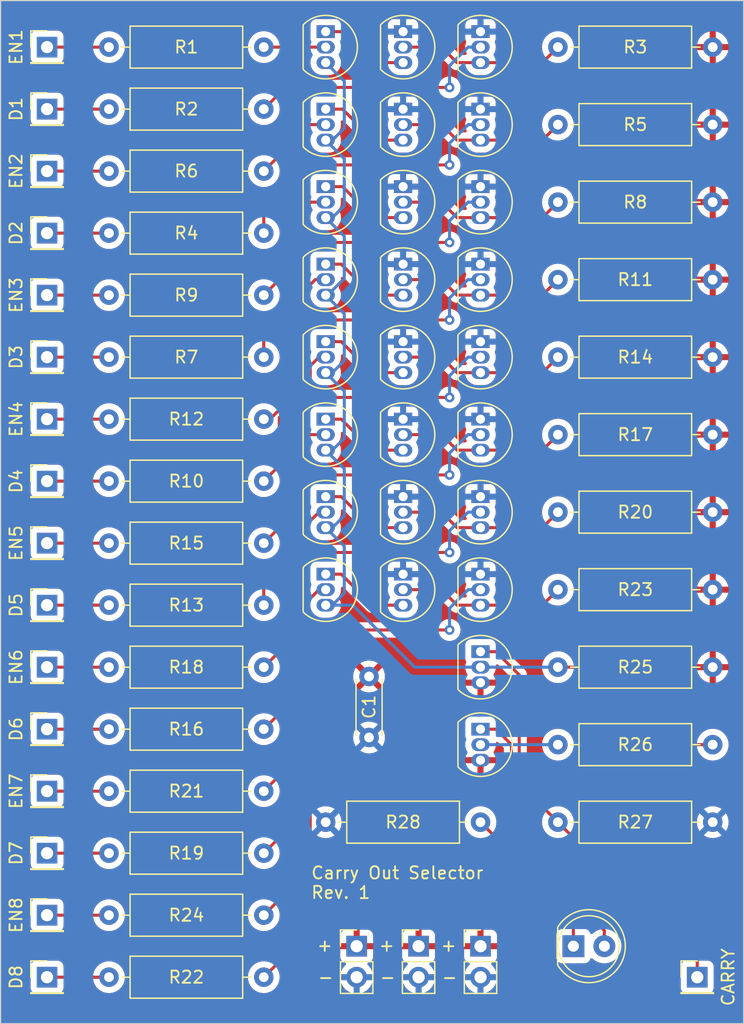
<source format=kicad_pcb>
(kicad_pcb (version 20221018) (generator pcbnew)
  (layers (0 "F.Cu" signal) (31 "B.Cu" signal) (34 "B.Paste" user) (35 "F.Paste" user) (36 "B.SilkS" user "B.Silkscreen") (37 "F.SilkS" user "F.Silkscreen") (38 "B.Mask" user) (39 "F.Mask" user) (44 "Edge.Cuts" user))
  (net 0 "")
  (net 1 "VCC")
  (net 2 "GND")
  (net 3 "Net-(D1-K)")
  (net 4 "Net-(D1-A)")
  (net 5 "Net-(J4-Pin_1)")
  (net 6 "Net-(J5-Pin_1)")
  (net 7 "Net-(J6-Pin_1)")
  (net 8 "Net-(J7-Pin_1)")
  (net 9 "Net-(J8-Pin_1)")
  (net 10 "Net-(J9-Pin_1)")
  (net 11 "Net-(J10-Pin_1)")
  (net 12 "Net-(J11-Pin_1)")
  (net 13 "Net-(J12-Pin_1)")
  (net 14 "Net-(J13-Pin_1)")
  (net 15 "Net-(J14-Pin_1)")
  (net 16 "Net-(J15-Pin_1)")
  (net 17 "Net-(J16-Pin_1)")
  (net 18 "Net-(J17-Pin_1)")
  (net 19 "Net-(J18-Pin_1)")
  (net 20 "Net-(J19-Pin_1)")
  (net 21 "Net-(J20-Pin_1)")
  (net 22 "Net-(Q1-E)")
  (net 23 "Net-(Q1-B)")
  (net 24 "/COMB_BUS")
  (net 25 "Net-(Q2-B)")
  (net 26 "Net-(Q3-B)")
  (net 27 "Net-(Q4-B)")
  (net 28 "Net-(Q4-C)")
  (net 29 "Net-(Q5-E)")
  (net 30 "Net-(Q5-B)")
  (net 31 "Net-(Q7-B)")
  (net 32 "Net-(Q7-C)")
  (net 33 "Net-(Q8-E)")
  (net 34 "Net-(Q8-B)")
  (net 35 "Net-(Q10-B)")
  (net 36 "Net-(Q10-C)")
  (net 37 "Net-(Q11-E)")
  (net 38 "Net-(Q11-B)")
  (net 39 "Net-(Q13-B)")
  (net 40 "Net-(Q13-C)")
  (net 41 "Net-(Q14-E)")
  (net 42 "Net-(Q14-B)")
  (net 43 "Net-(Q16-B)")
  (net 44 "Net-(Q16-C)")
  (net 45 "Net-(Q17-E)")
  (net 46 "Net-(Q17-B)")
  (net 47 "Net-(Q19-B)")
  (net 48 "Net-(Q19-C)")
  (net 49 "Net-(Q20-E)")
  (net 50 "Net-(Q20-B)")
  (net 51 "Net-(Q22-B)")
  (net 52 "Net-(Q22-C)")
  (net 53 "Net-(Q23-E)")
  (net 54 "Net-(Q23-B)")
  (net 55 "Net-(Q26-B)")
  (footprint "Resistor_THT:R_Axial_DIN0309_L9.0mm_D3.2mm_P12.70mm_Horizontal" (layer "F.Cu") (at 55.88 96.52 180)
    (fp_text reference "R24")
    (fp_text value "10K")
  )
  (footprint "Resistor_THT:R_Axial_DIN0309_L9.0mm_D3.2mm_P12.70mm_Horizontal" (layer "F.Cu") (at 55.88 86.36 180)
    (fp_text reference "R21")
    (fp_text value "10K")
  )
  (footprint "Resistor_THT:R_Axial_DIN0309_L9.0mm_D3.2mm_P12.70mm_Horizontal" (layer "F.Cu") (at 55.88 45.72 180)
    (fp_text reference "R9")
    (fp_text value "10K")
  )
  (footprint "Resistor_THT:R_Axial_DIN0309_L9.0mm_D3.2mm_P12.70mm_Horizontal" (layer "F.Cu") (at 55.88 76.2 180)
    (fp_text reference "R18")
    (fp_text value "10K")
  )
  (footprint "Resistor_THT:R_Axial_DIN0309_L9.0mm_D3.2mm_P12.70mm_Horizontal" (layer "F.Cu") (at 55.88 81.28 180)
    (fp_text reference "R16")
    (fp_text value "10K")
  )
  (footprint "Package_TO_SOT_THT:TO-92_Inline" (layer "F.Cu") (at 60.96 43.18 -90)
    (fp_text reference "Q11" hide)
    (fp_text value "2N2222")
  )
  (footprint "Package_TO_SOT_THT:TO-92_Inline" (layer "F.Cu") (at 73.66 36.83 -90)
    (fp_text reference "Q7" hide)
    (fp_text value "2N2222")
  )
  (footprint "Package_TO_SOT_THT:TO-92_Inline" (layer "F.Cu") (at 73.66 74.93 -90)
    (fp_text reference "Q25" hide)
    (fp_text value "2N2222")
  )
  (footprint "Package_TO_SOT_THT:TO-92_Inline" (layer "F.Cu") (at 60.96 62.23 -90)
    (fp_text reference "Q20" hide)
    (fp_text value "2N2222")
  )
  (footprint "Connector_PinHeader_2.54mm:PinHeader_1x01_P2.54mm_Vertical" (layer "F.Cu") (at 91.44 101.6)
    (fp_text reference "J20" hide)
    (fp_text value "CARRY")
  )
  (footprint "Resistor_THT:R_Axial_DIN0309_L9.0mm_D3.2mm_P12.70mm_Horizontal" (layer "F.Cu") (at 80.01 76.2)
    (fp_text reference "R25")
    (fp_text value "1K")
  )
  (footprint "Connector_PinHeader_2.54mm:PinHeader_1x01_P2.54mm_Vertical" (layer "F.Cu") (at 38.1 25.4)
    (fp_text reference "J5" hide)
    (fp_text value "EN1")
  )
  (footprint "Capacitor_THT:C_Disc_D4.3mm_W1.9mm_P5.00mm" (layer "F.Cu") (at 64.516 76.962 -90)
    (fp_text reference "C1")
    (fp_text value "0.1uF")
  )
  (footprint "Package_TO_SOT_THT:TO-92_Inline" (layer "F.Cu") (at 73.66 68.58 -90)
    (fp_text reference "Q22" hide)
    (fp_text value "2N2222")
  )
  (footprint "Resistor_THT:R_Axial_DIN0309_L9.0mm_D3.2mm_P12.70mm_Horizontal" (layer "F.Cu") (at 80.01 82.55)
    (fp_text reference "R26")
    (fp_text value "10K")
  )
  (footprint "Resistor_THT:R_Axial_DIN0309_L9.0mm_D3.2mm_P12.70mm_Horizontal" (layer "F.Cu") (at 55.88 66.04 180)
    (fp_text reference "R15")
    (fp_text value "10K")
  )
  (footprint "Package_TO_SOT_THT:TO-92_Inline" (layer "F.Cu") (at 73.66 24.13 -90)
    (fp_text reference "Q3" hide)
    (fp_text value "2N2222")
  )
  (footprint "Package_TO_SOT_THT:TO-92_Inline" (layer "F.Cu") (at 60.96 49.53 -90)
    (fp_text reference "Q14" hide)
    (fp_text value "2N2222")
  )
  (footprint "Package_TO_SOT_THT:TO-92_Inline" (layer "F.Cu") (at 73.66 43.18 -90)
    (fp_text reference "Q10" hide)
    (fp_text value "2N2222")
  )
  (footprint "Resistor_THT:R_Axial_DIN0309_L9.0mm_D3.2mm_P12.70mm_Horizontal" (layer "F.Cu") (at 92.71 88.9 180)
    (fp_text reference "R27")
    (fp_text value "1K")
  )
  (footprint "Connector_PinHeader_2.54mm:PinHeader_1x01_P2.54mm_Vertical" (layer "F.Cu") (at 38.1 40.64)
    (fp_text reference "J6" hide)
    (fp_text value "D2")
  )
  (footprint "Resistor_THT:R_Axial_DIN0309_L9.0mm_D3.2mm_P12.70mm_Horizontal" (layer "F.Cu") (at 80.01 31.75)
    (fp_text reference "R5")
    (fp_text value "1K")
  )
  (footprint "Connector_PinHeader_2.54mm:PinHeader_1x01_P2.54mm_Vertical" (layer "F.Cu") (at 38.1 30.48)
    (fp_text reference "J4" hide)
    (fp_text value "D1")
  )
  (footprint "Connector_PinHeader_2.54mm:PinHeader_1x02_P2.54mm_Vertical" (layer "F.Cu") (at 73.66 99.06)
    (fp_text reference "J3" hide)
    (fp_text value "POWER")
  )
  (footprint "Package_TO_SOT_THT:TO-92_Inline" (layer "F.Cu") (at 60.96 36.83 -90)
    (fp_text reference "Q8" hide)
    (fp_text value "2N2222")
  )
  (footprint "Connector_PinHeader_2.54mm:PinHeader_1x01_P2.54mm_Vertical" (layer "F.Cu") (at 38.1 96.52)
    (fp_text reference "J19" hide)
    (fp_text value "EN8")
  )
  (footprint "Resistor_THT:R_Axial_DIN0309_L9.0mm_D3.2mm_P12.70mm_Horizontal" (layer "F.Cu") (at 55.88 101.6 180)
    (fp_text reference "R22")
    (fp_text value "10K")
  )
  (footprint "Connector_PinHeader_2.54mm:PinHeader_1x01_P2.54mm_Vertical" (layer "F.Cu") (at 38.1 35.56)
    (fp_text reference "J7" hide)
    (fp_text value "EN2")
  )
  (footprint "Package_TO_SOT_THT:TO-92_Inline" (layer "F.Cu") (at 73.66 62.23 -90)
    (fp_text reference "Q19" hide)
    (fp_text value "2N2222")
  )
  (footprint "Resistor_THT:R_Axial_DIN0309_L9.0mm_D3.2mm_P12.70mm_Horizontal" (layer "F.Cu") (at 55.88 60.96 180)
    (fp_text reference "R10")
    (fp_text value "10K")
  )
  (footprint "Package_TO_SOT_THT:TO-92_Inline" (layer "F.Cu") (at 60.96 55.88 -90)
    (fp_text reference "Q17" hide)
    (fp_text value "2N2222")
  )
  (footprint "Resistor_THT:R_Axial_DIN0309_L9.0mm_D3.2mm_P12.70mm_Horizontal" (layer "F.Cu") (at 80.01 25.4)
    (fp_text reference "R3")
    (fp_text value "1K")
  )
  (footprint "Resistor_THT:R_Axial_DIN0309_L9.0mm_D3.2mm_P12.70mm_Horizontal" (layer "F.Cu") (at 55.88 25.4 180)
    (fp_text reference "R1")
    (fp_text value "10K")
  )
  (footprint "Resistor_THT:R_Axial_DIN0309_L9.0mm_D3.2mm_P12.70mm_Horizontal" (layer "F.Cu") (at 60.96 88.9)
    (fp_text reference "R28")
    (fp_text value "1K")
  )
  (footprint "Resistor_THT:R_Axial_DIN0309_L9.0mm_D3.2mm_P12.70mm_Horizontal" (layer "F.Cu") (at 80.01 50.8)
    (fp_text reference "R14")
    (fp_text value "1K")
  )
  (footprint "Package_TO_SOT_THT:TO-92_Inline" (layer "F.Cu") (at 67.31 24.13 -90)
    (fp_text reference "Q2" hide)
    (fp_text value "2N2222")
  )
  (footprint "Connector_PinHeader_2.54mm:PinHeader_1x01_P2.54mm_Vertical" (layer "F.Cu") (at 38.1 50.8)
    (fp_text reference "J8" hide)
    (fp_text value "D3")
  )
  (footprint "Connector_PinHeader_2.54mm:PinHeader_1x02_P2.54mm_Vertical" (layer "F.Cu") (at 68.58 99.06)
    (fp_text reference "J2" hide)
    (fp_text value "POWER")
  )
  (footprint "Resistor_THT:R_Axial_DIN0309_L9.0mm_D3.2mm_P12.70mm_Horizontal" (layer "F.Cu") (at 55.88 50.8 180)
    (fp_text reference "R7")
    (fp_text value "10K")
  )
  (footprint "Connector_PinHeader_2.54mm:PinHeader_1x01_P2.54mm_Vertical" (layer "F.Cu") (at 38.1 91.44)
    (fp_text reference "J16" hide)
    (fp_text value "D7")
  )
  (footprint "Package_TO_SOT_THT:TO-92_Inline" (layer "F.Cu") (at 60.96 30.48 -90)
    (fp_text reference "Q5" hide)
    (fp_text value "2N2222")
  )
  (footprint "Connector_PinHeader_2.54mm:PinHeader_1x02_P2.54mm_Vertical" (layer "F.Cu") (at 63.5 99.06)
    (fp_text reference "J1" hide)
    (fp_text value "POWER")
  )
  (footprint "Package_TO_SOT_THT:TO-92_Inline" (layer "F.Cu") (at 60.96 68.58 -90)
    (fp_text reference "Q23" hide)
    (fp_text value "2N2222")
  )
  (footprint "Resistor_THT:R_Axial_DIN0309_L9.0mm_D3.2mm_P12.70mm_Horizontal" (layer "F.Cu") (at 55.88 91.44 180)
    (fp_text reference "R19")
    (fp_text value "10K")
  )
  (footprint "Package_TO_SOT_THT:TO-92_Inline" (layer "F.Cu") (at 73.66 55.88 -90)
    (fp_text reference "Q16" hide)
    (fp_text value "2N2222")
  )
  (footprint "Resistor_THT:R_Axial_DIN0309_L9.0mm_D3.2mm_P12.70mm_Horizontal" (layer "F.Cu") (at 80.01 63.5)
    (fp_text reference "R20")
    (fp_text value "1K")
  )
  (footprint "Connector_PinHeader_2.54mm:PinHeader_1x01_P2.54mm_Vertical" (layer "F.Cu") (at 38.1 66.04)
    (fp_text reference "J13" hide)
    (fp_text value "EN5")
  )
  (footprint "Connector_PinHeader_2.54mm:PinHeader_1x01_P2.54mm_Vertical" (layer "F.Cu") (at 38.1 60.96)
    (fp_text reference "J10" hide)
    (fp_text value "D4")
  )
  (footprint "Package_TO_SOT_THT:TO-92_Inline" (layer "F.Cu") (at 67.31 43.18 -90)
    (fp_text reference "Q12" hide)
    (fp_text value "2N2222")
  )
  (footprint "Resistor_THT:R_Axial_DIN0309_L9.0mm_D3.2mm_P12.70mm_Horizontal" (layer "F.Cu") (at 55.88 35.56 180)
    (fp_text reference "R6")
    (fp_text value "10K")
  )
  (footprint "Resistor_THT:R_Axial_DIN0309_L9.0mm_D3.2mm_P12.70mm_Horizontal" (layer "F.Cu") (at 55.88 40.64 180)
    (fp_text reference "R4")
    (fp_text value "10K")
  )
  (footprint "Connector_PinHeader_2.54mm:PinHeader_1x01_P2.54mm_Vertical" (layer "F.Cu") (at 38.1 81.28)
    (fp_text reference "J14" hide)
    (fp_text value "D6")
  )
  (footprint "Package_TO_SOT_THT:TO-92_Inline" (layer "F.Cu") (at 67.31 49.53 -90)
    (fp_text reference "Q15" hide)
    (fp_text value "2N2222")
  )
  (footprint "Package_TO_SOT_THT:TO-92_Inline" (layer "F.Cu") (at 67.31 55.88 -90)
    (fp_text reference "Q18" hide)
    (fp_text value "2N2222")
  )
  (footprint "Connector_PinHeader_2.54mm:PinHeader_1x01_P2.54mm_Vertical" (layer "F.Cu") (at 38.1 101.6)
    (fp_text reference "J18" hide)
    (fp_text value "D8")
  )
  (footprint "Resistor_THT:R_Axial_DIN0309_L9.0mm_D3.2mm_P12.70mm_Horizontal" (layer "F.Cu") (at 80.01 44.45)
    (fp_text reference "R11")
    (fp_text value "1K")
  )
  (footprint "Connector_PinHeader_2.54mm:PinHeader_1x01_P2.54mm_Vertical" (layer "F.Cu") (at 38.1 76.2)
    (fp_text reference "J15" hide)
    (fp_text value "EN6")
  )
  (footprint "Package_TO_SOT_THT:TO-92_Inline" (layer "F.Cu") (at 67.31 68.58 -90)
    (fp_text reference "Q24" hide)
    (fp_text value "2N2222")
  )
  (footprint "Connector_PinHeader_2.54mm:PinHeader_1x01_P2.54mm_Vertical" (layer "F.Cu") (at 38.1 55.88)
    (fp_text reference "J11" hide)
    (fp_text value "EN4")
  )
  (footprint "Resistor_THT:R_Axial_DIN0309_L9.0mm_D3.2mm_P12.70mm_Horizontal" (layer "F.Cu") (at 80.01 38.1)
    (fp_text reference "R8")
    (fp_text value "1K")
  )
  (footprint "Package_TO_SOT_THT:TO-92_Inline" (layer "F.Cu") (at 67.31 36.83 -90)
    (fp_text reference "Q9" hide)
    (fp_text value "2N2222")
  )
  (footprint "Resistor_THT:R_Axial_DIN0309_L9.0mm_D3.2mm_P12.70mm_Horizontal" (layer "F.Cu") (at 55.88 71.12 180)
    (fp_text reference "R13")
    (fp_text value "10K")
  )
  (footprint "Package_TO_SOT_THT:TO-92_Inline" (layer "F.Cu") (at 60.96 24.13 -90)
    (fp_text reference "Q1" hide)
    (fp_text value "2N2222")
  )
  (footprint "Package_TO_SOT_THT:TO-92_Inline" (layer "F.Cu") (at 73.66 30.48 -90)
    (fp_text reference "Q4" hide)
    (fp_text value "2N2222")
  )
  (footprint "LED_THT:LED_D5.0mm" (layer "F.Cu") (at 81.28 99.06)
    (fp_text reference "D1" hide)
    (fp_text value "LED")
  )
  (footprint "Resistor_THT:R_Axial_DIN0309_L9.0mm_D3.2mm_P12.70mm_Horizontal" (layer "F.Cu") (at 80.01 57.15)
    (fp_text reference "R17")
    (fp_text value "1K")
  )
  (footprint "Package_TO_SOT_THT:TO-92_Inline" (layer "F.Cu") (at 73.66 49.53 -90)
    (fp_text reference "Q13" hide)
    (fp_text value "2N2222")
  )
  (footprint "Connector_PinHeader_2.54mm:PinHeader_1x01_P2.54mm_Vertical" (layer "F.Cu") (at 38.1 45.72)
    (fp_text reference "J9" hide)
    (fp_text value "EN3")
  )
  (footprint "Connector_PinHeader_2.54mm:PinHeader_1x01_P2.54mm_Vertical" (layer "F.Cu") (at 38.1 86.36)
    (fp_text reference "J17" hide)
    (fp_text value "EN7")
  )
  (footprint "Connector_PinHeader_2.54mm:PinHeader_1x01_P2.54mm_Vertical" (layer "F.Cu") (at 38.1 71.12)
    (fp_text reference "J12" hide)
    (fp_text value "D5")
  )
  (footprint "Package_TO_SOT_THT:TO-92_Inline" (layer "F.Cu") (at 67.31 30.48 -90)
    (fp_text reference "Q6" hide)
    (fp_text value "2N2222")
  )
  (footprint "Resistor_THT:R_Axial_DIN0309_L9.0mm_D3.2mm_P12.70mm_Horizontal" (layer "F.Cu") (at 80.01 69.85)
    (fp_text reference "R23")
    (fp_text value "1K")
  )
  (footprint "Package_TO_SOT_THT:TO-92_Inline" (layer "F.Cu") (at 73.66 81.28 -90)
    (fp_text reference "Q26" hide)
    (fp_text value "2N2222")
  )
  (footprint "Package_TO_SOT_THT:TO-92_Inline" (layer "F.Cu") (at 67.31 62.23 -90)
    (fp_text reference "Q21" hide)
    (fp_text value "2N2222")
  )
  (footprint "Resistor_THT:R_Axial_DIN0309_L9.0mm_D3.2mm_P12.70mm_Horizontal" (layer "F.Cu") (at 55.88 55.88 180)
    (fp_text reference "R12")
    (fp_text value "10K")
  )
  (footprint "Resistor_THT:R_Axial_DIN0309_L9.0mm_D3.2mm_P12.70mm_Horizontal" (layer "F.Cu") (at 55.88 30.48 180)
    (fp_text reference "R2")
    (fp_text value "10K")
  )
  (gr_line (start 34.29 21.59) (end 95.25 21.59) (stroke (width 0.1)) (layer "Edge.Cuts"))
  (gr_line (start 95.25 21.59) (end 95.25 105.41) (stroke (width 0.1)) (layer "Edge.Cuts"))
  (gr_line (start 34.29 105.41) (end 34.29 21.59) (stroke (width 0.1)) (layer "Edge.Cuts"))
  (gr_line (start 95.25 105.41) (end 34.29 105.41) (stroke (width 0.1)) (layer "Edge.Cuts"))
  (gr_text "+" (at 71.12 99.06 -90) (layer "F.SilkS") (effects (font (size 1 1))))
  (gr_text "-" (at 60.96 101.6) (layer "F.SilkS") (effects (font (size 1 1))))
  (gr_text "+" (at 60.96 99.06 -90) (layer "F.SilkS") (effects (font (size 1 1))))
  (gr_text "+" (at 66.04 99.06 -90) (layer "F.SilkS") (effects (font (size 1 1))))
  (gr_text "-" (at 66.04 101.6) (layer "F.SilkS") (effects (font (size 1 1))))
  (gr_text "-" (at 71.12 101.6) (layer "F.SilkS") (effects (font (size 1 1))))
  (gr_text "Carry Out Selector\nRev. 1" (at 59.69 95.25) (layer "F.SilkS") (effects (font (size 1 1)) (justify left bottom)))
  (segment (start 73.66 88.9) (end 81.28 96.52) (width 0.25) (layer "F.Cu") (net 3))
  (segment (start 81.28 96.52) (end 81.28 99.06) (width 0.25) (layer "F.Cu") (net 3))
  (segment (start 83.82 97.79) (end 83.82 99.06) (width 0.25) (layer "F.Cu") (net 4))
  (segment (start 76.2 90.17) (end 83.82 97.79) (width 0.25) (layer "F.Cu") (net 4))
  (segment (start 74.93 81.28) (end 76.2 82.55) (width 0.25) (layer "F.Cu") (net 4))
  (segment (start 76.2 82.55) (end 76.2 90.17) (width 0.25) (layer "F.Cu") (net 4))
  (segment (start 73.66 81.28) (end 74.93 81.28) (width 0.25) (layer "F.Cu") (net 4))
  (segment (start 43.18 30.48) (end 38.1 30.48) (width 0.25) (layer "F.Cu") (net 5))
  (segment (start 38.1 25.4) (end 43.18 25.4) (width 0.25) (layer "F.Cu") (net 6))
  (segment (start 43.18 40.64) (end 38.1 40.64) (width 0.25) (layer "F.Cu") (net 7))
  (segment (start 38.1 35.56) (end 43.18 35.56) (width 0.25) (layer "F.Cu") (net 8))
  (segment (start 43.18 50.8) (end 38.1 50.8) (width 0.25) (layer "F.Cu") (net 9))
  (segment (start 38.1 45.72) (end 43.18 45.72) (width 0.25) (layer "F.Cu") (net 10))
  (segment (start 43.18 60.96) (end 38.1 60.96) (width 0.25) (layer "F.Cu") (net 11))
  (segment (start 38.1 55.88) (end 43.18 55.88) (width 0.25) (layer "F.Cu") (net 12))
  (segment (start 43.18 71.12) (end 38.1 71.12) (width 0.25) (layer "F.Cu") (net 13))
  (segment (start 38.1 66.04) (end 43.18 66.04) (width 0.25) (layer "F.Cu") (net 14))
  (segment (start 43.18 81.28) (end 38.1 81.28) (width 0.25) (layer "F.Cu") (net 15))
  (segment (start 38.1 76.2) (end 43.18 76.2) (width 0.25) (layer "F.Cu") (net 16))
  (segment (start 43.18 91.44) (end 38.1 91.44) (width 0.25) (layer "F.Cu") (net 17))
  (segment (start 38.1 86.36) (end 43.18 86.36) (width 0.25) (layer "F.Cu") (net 18))
  (segment (start 43.18 101.6) (end 38.1 101.6) (width 0.25) (layer "F.Cu") (net 19))
  (segment (start 38.1 96.52) (end 43.18 96.52) (width 0.25) (layer "F.Cu") (net 20))
  (segment (start 76.835 85.725) (end 80.01 88.9) (width 0.25) (layer "F.Cu") (net 21))
  (segment (start 76.835 76.835) (end 76.835 85.725) (width 0.25) (layer "F.Cu") (net 21))
  (segment (start 80.01 88.9) (end 91.44 100.33) (width 0.25) (layer "F.Cu") (net 21))
  (segment (start 73.66 74.93) (end 74.93 74.93) (width 0.25) (layer "F.Cu") (net 21))
  (segment (start 91.44 100.33) (end 91.44 101.6) (width 0.25) (layer "F.Cu") (net 21))
  (segment (start 74.93 74.93) (end 76.835 76.835) (width 0.25) (layer "F.Cu") (net 21))
  (segment (start 60.96 24.13) (end 62.23 24.13) (width 0.25) (layer "F.Cu") (net 22))
  (segment (start 62.23 24.13) (end 64.77 26.67) (width 0.25) (layer "F.Cu") (net 22))
  (segment (start 64.77 26.67) (end 67.31 26.67) (width 0.25) (layer "F.Cu") (net 22))
  (segment (start 55.88 25.4) (end 60.96 25.4) (width 0.25) (layer "F.Cu") (net 23))
  (segment (start 89.535 82.55) (end 92.71 82.55) (width 0.25) (layer "F.Cu") (net 24))
  (segment (start 83.185 76.2) (end 89.535 82.55) (width 0.25) (layer "F.Cu") (net 24))
  (segment (start 80.01 76.2) (end 83.185 76.2) (width 0.25) (layer "F.Cu") (net 24))
  (segment (start 62.484 40.894) (end 62.484 44.353082) (width 0.25) (layer "B.Cu") (net 24))
  (segment (start 62.484 44.353082) (end 61.117082 45.72) (width 0.25) (layer "B.Cu") (net 24))
  (segment (start 62.484 51.096) (end 61.51 52.07) (width 0.25) (layer "B.Cu") (net 24))
  (segment (start 60.96 26.67) (end 62.484 28.194) (width 0.25) (layer "B.Cu") (net 24))
  (segment (start 62.484 59.944) (end 62.484 63.796) (width 0.25) (layer "B.Cu") (net 24))
  (segment (start 62.484 28.194) (end 62.484 32.046) (width 0.25) (layer "B.Cu") (net 24))
  (segment (start 62.484 38.396) (end 61.51 39.37) (width 0.25) (layer "B.Cu") (net 24))
  (segment (start 60.96 52.07) (end 62.484 53.594) (width 0.25) (layer "B.Cu") (net 24))
  (segment (start 73.66 76.2) (end 80.01 76.2) (width 0.25) (layer "B.Cu") (net 24))
  (segment (start 62.484 47.244) (end 62.484 51.096) (width 0.25) (layer "B.Cu") (net 24))
  (segment (start 61.51 39.37) (end 60.96 39.37) (width 0.25) (layer "B.Cu") (net 24))
  (segment (start 61.51 33.02) (end 60.96 33.02) (width 0.25) (layer "B.Cu") (net 24))
  (segment (start 60.96 33.02) (end 62.484 34.544) (width 0.25) (layer "B.Cu") (net 24))
  (segment (start 60.96 45.72) (end 62.484 47.244) (width 0.25) (layer "B.Cu") (net 24))
  (segment (start 62.484 57.446) (end 61.51 58.42) (width 0.25) (layer "B.Cu") (net 24))
  (segment (start 60.96 58.42) (end 62.484 59.944) (width 0.25) (layer "B.Cu") (net 24))
  (segment (start 62.484 70.146) (end 61.51 71.12) (width 0.25) (layer "B.Cu") (net 24))
  (segment (start 62.484 32.046) (end 61.51 33.02) (width 0.25) (layer "B.Cu") (net 24))
  (segment (start 62.484 34.544) (end 62.484 38.396) (width 0.25) (layer "B.Cu") (net 24))
  (segment (start 60.96 64.77) (end 62.484 66.294) (width 0.25) (layer "B.Cu") (net 24))
  (segment (start 60.96 39.37) (end 62.484 40.894) (width 0.25) (layer "B.Cu") (net 24))
  (segment (start 61.51 58.42) (end 60.96 58.42) (width 0.25) (layer "B.Cu") (net 24))
  (segment (start 62.484 63.796) (end 61.51 64.77) (width 0.25) (layer "B.Cu") (net 24))
  (segment (start 62.484 53.594) (end 62.484 57.446) (width 0.25) (layer "B.Cu") (net 24))
  (segment (start 60.96 71.12) (end 63.1825 71.12) (width 0.25) (layer "B.Cu") (net 24))
  (segment (start 61.51 64.77) (end 60.96 64.77) (width 0.25) (layer "B.Cu") (net 24))
  (segment (start 61.51 71.12) (end 60.96 71.12) (width 0.25) (layer "B.Cu") (net 24))
  (segment (start 68.2625 76.2) (end 73.66 76.2) (width 0.25) (layer "B.Cu") (net 24))
  (segment (start 62.484 66.294) (end 62.484 70.146) (width 0.25) (layer "B.Cu") (net 24))
  (segment (start 61.51 52.07) (end 60.96 52.07) (width 0.25) (layer "B.Cu") (net 24))
  (segment (start 63.1825 71.12) (end 68.2625 76.2) (width 0.25) (layer "B.Cu") (net 24))
  (segment (start 61.117082 45.72) (end 60.96 45.72) (width 0.25) (layer "B.Cu") (net 24))
  (segment (start 78.74 26.67) (end 80.01 25.4) (width 0.25) (layer "F.Cu") (net 25))
  (segment (start 67.31 25.4) (end 70.465 25.4) (width 0.25) (layer "F.Cu") (net 25))
  (segment (start 70.465 25.4) (end 71.735 26.67) (width 0.25) (layer "F.Cu") (net 25))
  (segment (start 71.735 26.67) (end 73.66 26.67) (width 0.25) (layer "F.Cu") (net 25))
  (segment (start 73.66 26.67) (end 78.74 26.67) (width 0.25) (layer "F.Cu") (net 25))
  (segment (start 55.88 30.48) (end 57.658 28.702) (width 0.25) (layer "F.Cu") (net 26))
  (segment (start 57.658 28.702) (end 71.12 28.702) (width 0.25) (layer "F.Cu") (net 26))
  (via (at 71.12 28.702) (size 0.8) (drill 0.4) (layers "F.Cu" "B.Cu") (net 26))
  (segment (start 71.12 26.924) (end 71.12 28.702) (width 0.25) (layer "B.Cu") (net 26))
  (segment (start 72.644 25.4) (end 71.12 26.924) (width 0.25) (layer "B.Cu") (net 26))
  (segment (start 73.66 25.4) (end 72.644 25.4) (width 0.25) (layer "B.Cu") (net 26))
  (segment (start 55.88 39.116) (end 59.944 35.052) (width 0.25) (layer "F.Cu") (net 27))
  (segment (start 59.944 35.052) (end 71.12 35.052) (width 0.25) (layer "F.Cu") (net 27))
  (segment (start 55.88 40.64) (end 55.88 39.116) (width 0.25) (layer "F.Cu") (net 27))
  (via (at 71.12 35.052) (size 0.8) (drill 0.4) (layers "F.Cu" "B.Cu") (net 27))
  (segment (start 71.12 33.274) (end 71.12 35.052) (width 0.25) (layer "B.Cu") (net 27))
  (segment (start 73.66 31.75) (end 72.644 31.75) (width 0.25) (layer "B.Cu") (net 27))
  (segment (start 72.644 31.75) (end 71.12 33.274) (width 0.25) (layer "B.Cu") (net 27))
  (segment (start 71.735 33.02) (end 73.66 33.02) (width 0.25) (layer "F.Cu") (net 28))
  (segment (start 73.66 33.02) (end 78.74 33.02) (width 0.25) (layer "F.Cu") (net 28))
  (segment (start 78.74 33.02) (end 80.01 31.75) (width 0.25) (layer "F.Cu") (net 28))
  (segment (start 70.465 31.75) (end 71.735 33.02) (width 0.25) (layer "F.Cu") (net 28))
  (segment (start 67.31 31.75) (end 70.465 31.75) (width 0.25) (layer "F.Cu") (net 28))
  (segment (start 62.3375 30.48) (end 64.8775 33.02) (width 0.25) (layer "F.Cu") (net 29))
  (segment (start 64.8775 33.02) (end 67.31 33.02) (width 0.25) (layer "F.Cu") (net 29))
  (segment (start 60.96 30.48) (end 62.3375 30.48) (width 0.25) (layer "F.Cu") (net 29))
  (segment (start 59.69 31.75) (end 60.96 31.75) (width 0.25) (layer "F.Cu") (net 30))
  (segment (start 55.88 35.56) (end 59.69 31.75) (width 0.25) (layer "F.Cu") (net 30))
  (segment (start 55.88 48.035) (end 58.674 45.241) (width 0.25) (layer "F.Cu") (net 31))
  (segment (start 59.9975 41.402) (end 71.12 41.402) (width 0.25) (layer "F.Cu") (net 31))
  (segment (start 58.674 42.7255) (end 59.9975 41.402) (width 0.25) (layer "F.Cu") (net 31))
  (segment (start 58.674 45.241) (end 58.674 42.7255) (width 0.25) (layer "F.Cu") (net 31))
  (segment (start 55.88 50.8) (end 55.88 48.035) (width 0.25) (layer "F.Cu") (net 31))
  (via (at 71.12 41.402) (size 0.8) (drill 0.4) (layers "F.Cu" "B.Cu") (net 31))
  (segment (start 73.66 38.1) (end 72.644 38.1) (width 0.25) (layer "B.Cu") (net 31))
  (segment (start 72.644 38.1) (end 71.12 39.624) (width 0.25) (layer "B.Cu") (net 31))
  (segment (start 71.12 39.624) (end 71.12 41.402) (width 0.25) (layer "B.Cu") (net 31))
  (segment (start 71.735 39.37) (end 73.66 39.37) (width 0.25) (layer "F.Cu") (net 32))
  (segment (start 78.74 39.37) (end 80.01 38.1) (width 0.25) (layer "F.Cu") (net 32))
  (segment (start 70.465 38.1) (end 71.735 39.37) (width 0.25) (layer "F.Cu") (net 32))
  (segment (start 73.66 39.37) (end 78.74 39.37) (width 0.25) (layer "F.Cu") (net 32))
  (segment (start 67.31 38.1) (end 70.465 38.1) (width 0.25) (layer "F.Cu") (net 32))
  (segment (start 60.96 36.83) (end 62.3425 36.83) (width 0.25) (layer "F.Cu") (net 33))
  (segment (start 64.8825 39.37) (end 67.31 39.37) (width 0.25) (layer "F.Cu") (net 33))
  (segment (start 62.3425 36.83) (end 64.8825 39.37) (width 0.25) (layer "F.Cu") (net 33))
  (segment (start 58.224 43.376) (end 58.224 39.6085) (width 0.25) (layer "F.Cu") (net 34))
  (segment (start 58.224 39.6085) (end 59.7325 38.1) (width 0.25) (layer "F.Cu") (net 34))
  (segment (start 55.88 45.72) (end 58.224 43.376) (width 0.25) (layer "F.Cu") (net 34))
  (segment (start 59.7325 38.1) (end 60.96 38.1) (width 0.25) (layer "F.Cu") (net 34))
  (segment (start 59.182 53.722396) (end 59.182 48.768) (width 0.25) (layer "F.Cu") (net 35))
  (segment (start 59.182 48.768) (end 60.198 47.752) (width 0.25) (layer "F.Cu") (net 35))
  (segment (start 55.88 60.96) (end 57.15 59.69) (width 0.25) (layer "F.Cu") (net 35))
  (segment (start 57.15 55.754396) (end 59.182 53.722396) (width 0.25) (layer "F.Cu") (net 35))
  (segment (start 57.15 59.69) (end 57.15 55.754396) (width 0.25) (layer "F.Cu") (net 35))
  (segment (start 60.198 47.752) (end 71.12 47.752) (width 0.25) (layer "F.Cu") (net 35))
  (via (at 71.12 47.752) (size 0.8) (drill 0.4) (layers "F.Cu" "B.Cu") (net 35))
  (segment (start 71.12 45.953) (end 71.12 47.752) (width 0.25) (layer "B.Cu") (net 35))
  (segment (start 72.623 44.45) (end 71.12 45.953) (width 0.25) (layer "B.Cu") (net 35))
  (segment (start 73.66 44.45) (end 72.623 44.45) (width 0.25) (layer "B.Cu") (net 35))
  (segment (start 71.735 45.72) (end 73.66 45.72) (width 0.25) (layer "F.Cu") (net 36))
  (segment (start 67.31 44.45) (end 70.465 44.45) (width 0.25) (layer "F.Cu") (net 36))
  (segment (start 70.465 44.45) (end 71.735 45.72) (width 0.25) (layer "F.Cu") (net 36))
  (segment (start 78.74 45.72) (end 80.01 44.45) (width 0.25) (layer "F.Cu") (net 36))
  (segment (start 73.66 45.72) (end 78.74 45.72) (width 0.25) (layer "F.Cu") (net 36))
  (segment (start 60.96 43.18) (end 62.23 43.18) (width 0.25) (layer "F.Cu") (net 37))
  (segment (start 62.23 43.18) (end 64.77 45.72) (width 0.25) (layer "F.Cu") (net 37))
  (segment (start 64.77 45.72) (end 67.31 45.72) (width 0.25) (layer "F.Cu") (net 37))
  (segment (start 58.674 45.877396) (end 60.101396 44.45) (width 0.25) (layer "F.Cu") (net 38))
  (segment (start 56.388 55.88) (end 58.674 53.594) (width 0.25) (layer "F.Cu") (net 38))
  (segment (start 55.88 55.88) (end 56.388 55.88) (width 0.25) (layer "F.Cu") (net 38))
  (segment (start 60.101396 44.45) (end 60.96 44.45) (width 0.25) (layer "F.Cu") (net 38))
  (segment (start 58.674 53.594) (end 58.674 45.877396) (width 0.25) (layer "F.Cu") (net 38))
  (segment (start 58.05 66.658416) (end 58.05 56.25) (width 0.25) (layer "F.Cu") (net 39))
  (segment (start 55.88 68.828416) (end 58.05 66.658416) (width 0.25) (layer "F.Cu") (net 39))
  (segment (start 58.05 56.25) (end 60.198 54.102) (width 0.25) (layer "F.Cu") (net 39))
  (segment (start 60.198 54.102) (end 71.12 54.102) (width 0.25) (layer "F.Cu") (net 39))
  (segment (start 55.88 71.12) (end 55.88 68.828416) (width 0.25) (layer "F.Cu") (net 39))
  (via (at 71.12 54.102) (size 0.8) (drill 0.4) (layers "F.Cu" "B.Cu") (net 39))
  (segment (start 73.66 50.8) (end 72.644 50.8) (width 0.25) (layer "B.Cu") (net 39))
  (segment (start 72.644 50.8) (end 71.12 52.324) (width 0.25) (layer "B.Cu") (net 39))
  (segment (start 71.12 52.324) (end 71.12 54.102) (width 0.25) (layer "B.Cu") (net 39))
  (segment (start 73.66 52.07) (end 78.74 52.07) (width 0.25) (layer "F.Cu") (net 40))
  (segment (start 70.465 50.8) (end 71.735 52.07) (width 0.25) (layer "F.Cu") (net 40))
  (segment (start 67.31 50.8) (end 70.465 50.8) (width 0.25) (layer "F.Cu") (net 40))
  (segment (start 78.74 52.07) (end 80.01 50.8) (width 0.25) (layer "F.Cu") (net 40))
  (segment (start 71.735 52.07) (end 73.66 52.07) (width 0.25) (layer "F.Cu") (net 40))
  (segment (start 62.23 49.53) (end 64.77 52.07) (width 0.25) (layer "F.Cu") (net 41))
  (segment (start 64.77 52.07) (end 67.31 52.07) (width 0.25) (layer "F.Cu") (net 41))
  (segment (start 60.96 49.53) (end 62.23 49.53) (width 0.25) (layer "F.Cu") (net 41))
  (segment (start 57.6 55.940792) (end 59.69 53.850792) (width 0.25) (layer "F.Cu") (net 42))
  (segment (start 55.88 66.04) (end 57.6 64.32) (width 0.25) (layer "F.Cu") (net 42))
  (segment (start 60.41 50.8) (end 60.96 50.8) (width 0.25) (layer "F.Cu") (net 42))
  (segment (start 59.69 51.52) (end 60.41 50.8) (width 0.25) (layer "F.Cu") (net 42))
  (segment (start 59.69 53.850792) (end 59.69 51.52) (width 0.25) (layer "F.Cu") (net 42))
  (segment (start 57.6 64.32) (end 57.6 55.940792) (width 0.25) (layer "F.Cu") (net 42))
  (segment (start 58.985 61.665) (end 60.198 60.452) (width 0.25) (layer "F.Cu") (net 43))
  (segment (start 57.89 79.27) (end 57.89 68.091208) (width 0.25) (layer "F.Cu") (net 43))
  (segment (start 57.89 68.091208) (end 58.985 66.996208) (width 0.25) (layer "F.Cu") (net 43))
  (segment (start 58.985 66.996208) (end 58.985 61.665) (width 0.25) (layer "F.Cu") (net 43))
  (segment (start 55.88 81.28) (end 57.89 79.27) (width 0.25) (layer "F.Cu") (net 43))
  (segment (start 60.198 60.452) (end 71.12 60.452) (width 0.25) (layer "F.Cu") (net 43))
  (via (at 71.12 60.452) (size 0.8) (drill 0.4) (layers "F.Cu" "B.Cu") (net 43))
  (segment (start 73.66 57.15) (end 72.623 57.15) (width 0.25) (layer "B.Cu") (net 43))
  (segment (start 72.623 57.15) (end 71.12 58.653) (width 0.25) (layer "B.Cu") (net 43))
  (segment (start 71.12 58.653) (end 71.12 60.452) (width 0.25) (layer "B.Cu") (net 43))
  (segment (start 71.735 58.42) (end 73.66 58.42) (width 0.25) (layer "F.Cu") (net 44))
  (segment (start 70.465 57.15) (end 71.735 58.42) (width 0.25) (layer "F.Cu") (net 44))
  (segment (start 67.31 57.15) (end 70.465 57.15) (width 0.25) (layer "F.Cu") (net 44))
  (segment (start 78.74 58.42) (end 80.01 57.15) (width 0.25) (layer "F.Cu") (net 44))
  (segment (start 73.66 58.42) (end 78.74 58.42) (width 0.25) (layer "F.Cu") (net 44))
  (segment (start 64.77 58.42) (end 67.31 58.42) (width 0.25) (layer "F.Cu") (net 45))
  (segment (start 60.96 55.88) (end 62.23 55.88) (width 0.25) (layer "F.Cu") (net 45))
  (segment (start 62.23 55.88) (end 64.77 58.42) (width 0.25) (layer "F.Cu") (net 45))
  (segment (start 58.5 58.34) (end 59.69 57.15) (width 0.25) (layer "F.Cu") (net 46))
  (segment (start 57.44 74.64) (end 57.44 67.904812) (width 0.25) (layer "F.Cu") (net 46))
  (segment (start 57.44 67.904812) (end 58.5 66.844812) (width 0.25) (layer "F.Cu") (net 46))
  (segment (start 55.88 76.2) (end 57.44 74.64) (width 0.25) (layer "F.Cu") (net 46))
  (segment (start 58.5 66.844812) (end 58.5 58.34) (width 0.25) (layer "F.Cu") (net 46))
  (segment (start 59.69 57.15) (end 60.96 57.15) (width 0.25) (layer "F.Cu") (net 46))
  (segment (start 55.88 91.44) (end 58.79 88.53) (width 0.25) (layer "F.Cu") (net 47))
  (segment (start 58.79 88.53) (end 58.79 68.464) (width 0.25) (layer "F.Cu") (net 47))
  (segment (start 58.79 68.464) (end 60.452006 66.801994) (width 0.25) (layer "F.Cu") (net 47))
  (segment (start 60.452006 66.801994) (end 71.12 66.801994) (width 0.25) (layer "F.Cu") (net 47))
  (via (at 71.12 66.801994) (size 0.8) (drill 0.4) (layers "F.Cu" "B.Cu") (net 47))
  (segment (start 71.12 65.024) (end 71.12 66.801994) (width 0.25) (layer "B.Cu") (net 47))
  (segment (start 72.644 63.5) (end 71.12 65.024) (width 0.25) (layer "B.Cu") (net 47))
  (segment (start 73.66 63.5) (end 72.644 63.5) (width 0.25) (layer "B.Cu") (net 47))
  (segment (start 70.465 63.5) (end 71.735 64.77) (width 0.25) (layer "F.Cu") (net 48))
  (segment (start 73.66 64.77) (end 78.74 64.77) (width 0.25) (layer "F.Cu") (net 48))
  (segment (start 78.74 64.77) (end 80.01 63.5) (width 0.25) (layer "F.Cu") (net 48))
  (segment (start 67.31 63.5) (end 70.465 63.5) (width 0.25) (layer "F.Cu") (net 48))
  (segment (start 71.735 64.77) (end 73.66 64.77) (width 0.25) (layer "F.Cu") (net 48))
  (segment (start 64.77 64.77) (end 67.31 64.77) (width 0.25) (layer "F.Cu") (net 49))
  (segment (start 60.96 62.23) (end 62.23 62.23) (width 0.25) (layer "F.Cu") (net 49))
  (segment (start 62.23 62.23) (end 64.77 64.77) (width 0.25) (layer "F.Cu") (net 49))
  (segment (start 58.34 83.9) (end 58.34 68.277604) (width 0.25) (layer "F.Cu") (net 50))
  (segment (start 59.435 64.475) (end 60.41 63.5) (width 0.25) (layer "F.Cu") (net 50))
  (segment (start 55.88 86.36) (end 58.34 83.9) (width 0.25) (layer "F.Cu") (net 50))
  (segment (start 58.34 68.277604) (end 59.435 67.182604) (width 0.25) (layer "F.Cu") (net 50))
  (segment (start 59.435 67.182604) (end 59.435 64.475) (width 0.25) (layer "F.Cu") (net 50))
  (segment (start 60.41 63.5) (end 60.96 63.5) (width 0.25) (layer "F.Cu") (net 50))
  (segment (start 59.69 97.79) (end 59.69 74.676) (width 0.25) (layer "F.Cu") (net 51))
  (segment (start 61.214 73.152) (end 71.12 73.152) (width 0.25) (layer "F.Cu") (net 51))
  (segment (start 55.88 101.6) (end 59.69 97.79) (width 0.25) (layer "F.Cu") (net 51))
  (segment (start 59.69 74.676) (end 61.214 73.152) (width 0.25) (layer "F.Cu") (net 51))
  (via (at 71.12 73.152) (size 0.8) (drill 0.4) (layers "F.Cu" "B.Cu") (net 51))
  (segment (start 71.12 71.374) (end 72.644 69.85) (width 0.25) (layer "B.Cu") (net 51))
  (segment (start 72.644 69.85) (end 73.66 69.85) (width 0.25) (layer "B.Cu") (net 51))
  (segment (start 71.12 73.152) (end 71.12 71.374) (width 0.25) (layer "B.Cu") (net 51))
  (segment (start 67.31 69.85) (end 70.465 69.85) (width 0.25) (layer "F.Cu") (net 52))
  (segment (start 78.74 71.12) (end 80.01 69.85) (width 0.25) (layer "F.Cu") (net 52))
  (segment (start 70.465 69.85) (end 71.735 71.12) (width 0.25) (layer "F.Cu") (net 52))
  (segment (start 73.66 71.12) (end 78.74 71.12) (width 0.25) (layer "F.Cu") (net 52))
  (segment (start 71.735 71.12) (end 73.66 71.12) (width 0.25) (layer "F.Cu") (net 52))
  (segment (start 60.96 68.58) (end 62.23 68.58) (width 0.25) (layer "F.Cu") (net 53))
  (segment (start 62.23 68.58) (end 64.77 71.12) (width 0.25) (layer "F.Cu") (net 53))
  (segment (start 64.77 71.12) (end 67.31 71.12) (width 0.25) (layer "F.Cu") (net 53))
  (segment (start 59.24 71.02) (end 60.41 69.85) (width 0.25) (layer "F.Cu") (net 54))
  (segment (start 55.88 96.52) (end 59.24 93.16) (width 0.25) (layer "F.Cu") (net 54))
  (segment (start 60.41 69.85) (end 60.96 69.85) (width 0.25) (layer "F.Cu") (net 54))
  (segment (start 59.24 93.16) (end 59.24 71.02) (width 0.25) (layer "F.Cu") (net 54))
  (segment (start 73.66 82.55) (end 80.01 82.55) (width 0.25) (layer "B.Cu") (net 55))
  (zone (net 1) (net_name "VCC") (layer "F.Cu") (connect_pads (clearance 0.5)) (min_thickness 0.25) (fill yes (thermal_gap 0.5) (thermal_bridge_width 0.5))
    (polygon (pts (xy 34.29 21.59) (xy 95.25 21.59) (xy 95.25 105.41) (xy 34.29 105.41)))
  )
  (zone (net 2) (net_name "GND") (layer "B.Cu") (priority 1) (connect_pads (clearance 0.5)) (min_thickness 0.25) (fill yes (thermal_gap 0.5) (thermal_bridge_width 0.5))
    (polygon (pts (xy 34.29 21.59) (xy 95.25 21.59) (xy 95.25 105.41) (xy 34.29 105.41)))
  )
)
</source>
